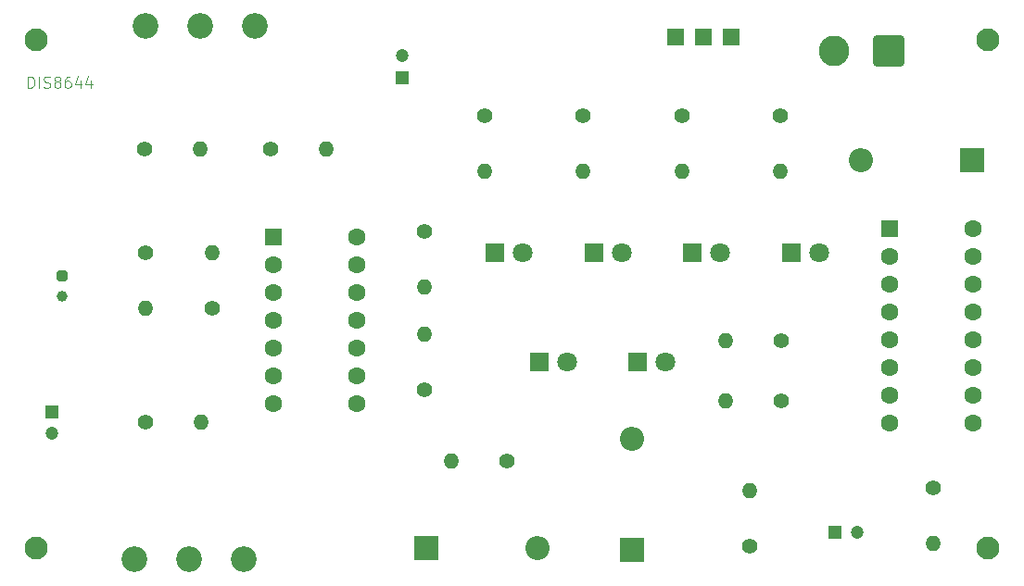
<source format=gbr>
%TF.GenerationSoftware,KiCad,Pcbnew,9.0.2*%
%TF.CreationDate,2025-06-20T15:17:41-04:00*%
%TF.ProjectId,proyecto_spectra,70726f79-6563-4746-9f5f-737065637472,rev?*%
%TF.SameCoordinates,Original*%
%TF.FileFunction,Soldermask,Top*%
%TF.FilePolarity,Negative*%
%FSLAX46Y46*%
G04 Gerber Fmt 4.6, Leading zero omitted, Abs format (unit mm)*
G04 Created by KiCad (PCBNEW 9.0.2) date 2025-06-20 15:17:41*
%MOMM*%
%LPD*%
G01*
G04 APERTURE LIST*
G04 Aperture macros list*
%AMRoundRect*
0 Rectangle with rounded corners*
0 $1 Rounding radius*
0 $2 $3 $4 $5 $6 $7 $8 $9 X,Y pos of 4 corners*
0 Add a 4 corners polygon primitive as box body*
4,1,4,$2,$3,$4,$5,$6,$7,$8,$9,$2,$3,0*
0 Add four circle primitives for the rounded corners*
1,1,$1+$1,$2,$3*
1,1,$1+$1,$4,$5*
1,1,$1+$1,$6,$7*
1,1,$1+$1,$8,$9*
0 Add four rect primitives between the rounded corners*
20,1,$1+$1,$2,$3,$4,$5,0*
20,1,$1+$1,$4,$5,$6,$7,0*
20,1,$1+$1,$6,$7,$8,$9,0*
20,1,$1+$1,$8,$9,$2,$3,0*%
G04 Aperture macros list end*
%ADD10C,0.100000*%
%ADD11C,2.100000*%
%ADD12C,1.400000*%
%ADD13O,1.400000X1.400000*%
%ADD14R,1.800000X1.800000*%
%ADD15C,1.800000*%
%ADD16R,1.200000X1.200000*%
%ADD17C,1.200000*%
%ADD18RoundRect,0.250000X-0.550000X-0.550000X0.550000X-0.550000X0.550000X0.550000X-0.550000X0.550000X0*%
%ADD19C,1.600000*%
%ADD20R,1.500000X1.500000*%
%ADD21R,2.200000X2.200000*%
%ADD22O,2.200000X2.200000*%
%ADD23C,2.340000*%
%ADD24RoundRect,0.250000X-0.250000X0.250000X-0.250000X-0.250000X0.250000X-0.250000X0.250000X0.250000X0*%
%ADD25C,1.000000*%
%ADD26RoundRect,0.250001X1.149999X1.149999X-1.149999X1.149999X-1.149999X-1.149999X1.149999X-1.149999X0*%
%ADD27C,2.800000*%
G04 APERTURE END LIST*
D10*
X53303884Y-58372419D02*
X53303884Y-57372419D01*
X53303884Y-57372419D02*
X53541979Y-57372419D01*
X53541979Y-57372419D02*
X53684836Y-57420038D01*
X53684836Y-57420038D02*
X53780074Y-57515276D01*
X53780074Y-57515276D02*
X53827693Y-57610514D01*
X53827693Y-57610514D02*
X53875312Y-57800990D01*
X53875312Y-57800990D02*
X53875312Y-57943847D01*
X53875312Y-57943847D02*
X53827693Y-58134323D01*
X53827693Y-58134323D02*
X53780074Y-58229561D01*
X53780074Y-58229561D02*
X53684836Y-58324800D01*
X53684836Y-58324800D02*
X53541979Y-58372419D01*
X53541979Y-58372419D02*
X53303884Y-58372419D01*
X54303884Y-58372419D02*
X54303884Y-57372419D01*
X54732455Y-58324800D02*
X54875312Y-58372419D01*
X54875312Y-58372419D02*
X55113407Y-58372419D01*
X55113407Y-58372419D02*
X55208645Y-58324800D01*
X55208645Y-58324800D02*
X55256264Y-58277180D01*
X55256264Y-58277180D02*
X55303883Y-58181942D01*
X55303883Y-58181942D02*
X55303883Y-58086704D01*
X55303883Y-58086704D02*
X55256264Y-57991466D01*
X55256264Y-57991466D02*
X55208645Y-57943847D01*
X55208645Y-57943847D02*
X55113407Y-57896228D01*
X55113407Y-57896228D02*
X54922931Y-57848609D01*
X54922931Y-57848609D02*
X54827693Y-57800990D01*
X54827693Y-57800990D02*
X54780074Y-57753371D01*
X54780074Y-57753371D02*
X54732455Y-57658133D01*
X54732455Y-57658133D02*
X54732455Y-57562895D01*
X54732455Y-57562895D02*
X54780074Y-57467657D01*
X54780074Y-57467657D02*
X54827693Y-57420038D01*
X54827693Y-57420038D02*
X54922931Y-57372419D01*
X54922931Y-57372419D02*
X55161026Y-57372419D01*
X55161026Y-57372419D02*
X55303883Y-57420038D01*
X55875312Y-57800990D02*
X55780074Y-57753371D01*
X55780074Y-57753371D02*
X55732455Y-57705752D01*
X55732455Y-57705752D02*
X55684836Y-57610514D01*
X55684836Y-57610514D02*
X55684836Y-57562895D01*
X55684836Y-57562895D02*
X55732455Y-57467657D01*
X55732455Y-57467657D02*
X55780074Y-57420038D01*
X55780074Y-57420038D02*
X55875312Y-57372419D01*
X55875312Y-57372419D02*
X56065788Y-57372419D01*
X56065788Y-57372419D02*
X56161026Y-57420038D01*
X56161026Y-57420038D02*
X56208645Y-57467657D01*
X56208645Y-57467657D02*
X56256264Y-57562895D01*
X56256264Y-57562895D02*
X56256264Y-57610514D01*
X56256264Y-57610514D02*
X56208645Y-57705752D01*
X56208645Y-57705752D02*
X56161026Y-57753371D01*
X56161026Y-57753371D02*
X56065788Y-57800990D01*
X56065788Y-57800990D02*
X55875312Y-57800990D01*
X55875312Y-57800990D02*
X55780074Y-57848609D01*
X55780074Y-57848609D02*
X55732455Y-57896228D01*
X55732455Y-57896228D02*
X55684836Y-57991466D01*
X55684836Y-57991466D02*
X55684836Y-58181942D01*
X55684836Y-58181942D02*
X55732455Y-58277180D01*
X55732455Y-58277180D02*
X55780074Y-58324800D01*
X55780074Y-58324800D02*
X55875312Y-58372419D01*
X55875312Y-58372419D02*
X56065788Y-58372419D01*
X56065788Y-58372419D02*
X56161026Y-58324800D01*
X56161026Y-58324800D02*
X56208645Y-58277180D01*
X56208645Y-58277180D02*
X56256264Y-58181942D01*
X56256264Y-58181942D02*
X56256264Y-57991466D01*
X56256264Y-57991466D02*
X56208645Y-57896228D01*
X56208645Y-57896228D02*
X56161026Y-57848609D01*
X56161026Y-57848609D02*
X56065788Y-57800990D01*
X57113407Y-57372419D02*
X56922931Y-57372419D01*
X56922931Y-57372419D02*
X56827693Y-57420038D01*
X56827693Y-57420038D02*
X56780074Y-57467657D01*
X56780074Y-57467657D02*
X56684836Y-57610514D01*
X56684836Y-57610514D02*
X56637217Y-57800990D01*
X56637217Y-57800990D02*
X56637217Y-58181942D01*
X56637217Y-58181942D02*
X56684836Y-58277180D01*
X56684836Y-58277180D02*
X56732455Y-58324800D01*
X56732455Y-58324800D02*
X56827693Y-58372419D01*
X56827693Y-58372419D02*
X57018169Y-58372419D01*
X57018169Y-58372419D02*
X57113407Y-58324800D01*
X57113407Y-58324800D02*
X57161026Y-58277180D01*
X57161026Y-58277180D02*
X57208645Y-58181942D01*
X57208645Y-58181942D02*
X57208645Y-57943847D01*
X57208645Y-57943847D02*
X57161026Y-57848609D01*
X57161026Y-57848609D02*
X57113407Y-57800990D01*
X57113407Y-57800990D02*
X57018169Y-57753371D01*
X57018169Y-57753371D02*
X56827693Y-57753371D01*
X56827693Y-57753371D02*
X56732455Y-57800990D01*
X56732455Y-57800990D02*
X56684836Y-57848609D01*
X56684836Y-57848609D02*
X56637217Y-57943847D01*
X58065788Y-57705752D02*
X58065788Y-58372419D01*
X57827693Y-57324800D02*
X57589598Y-58039085D01*
X57589598Y-58039085D02*
X58208645Y-58039085D01*
X59018169Y-57705752D02*
X59018169Y-58372419D01*
X58780074Y-57324800D02*
X58541979Y-58039085D01*
X58541979Y-58039085D02*
X59161026Y-58039085D01*
D11*
%TO.C,H2*%
X141000000Y-100500000D03*
%TD*%
D12*
%TO.C,R8*%
X136000000Y-95000000D03*
D13*
X136000000Y-100080000D03*
%TD*%
D14*
%TO.C,D3*%
X99960000Y-83500000D03*
D15*
X102500000Y-83500000D03*
%TD*%
D16*
%TO.C,C2*%
X87500000Y-57472600D03*
D17*
X87500000Y-55472600D03*
%TD*%
D12*
%TO.C,R15*%
X113000000Y-60920000D03*
D13*
X113000000Y-66000000D03*
%TD*%
D12*
%TO.C,R7*%
X119253000Y-100330000D03*
D13*
X119253000Y-95250000D03*
%TD*%
D12*
%TO.C,R12*%
X122080000Y-87000000D03*
D13*
X117000000Y-87000000D03*
%TD*%
D12*
%TO.C,R5*%
X75420000Y-64000000D03*
D13*
X80500000Y-64000000D03*
%TD*%
D14*
%TO.C,D5*%
X95960000Y-73500000D03*
D15*
X98500000Y-73500000D03*
%TD*%
D14*
%TO.C,D7*%
X113960000Y-73500000D03*
D15*
X116500000Y-73500000D03*
%TD*%
D12*
%TO.C,R14*%
X104000000Y-60920000D03*
D13*
X104000000Y-66000000D03*
%TD*%
D11*
%TO.C,H1*%
X141000000Y-54000000D03*
%TD*%
D18*
%TO.C,U1*%
X75697000Y-72000000D03*
D19*
X75697000Y-74540000D03*
X75697000Y-77080000D03*
X75697000Y-79620000D03*
X75697000Y-82160000D03*
X75697000Y-84700000D03*
X75697000Y-87240000D03*
X83317000Y-87240000D03*
X83317000Y-84700000D03*
X83317000Y-82160000D03*
X83317000Y-79620000D03*
X83317000Y-77080000D03*
X83317000Y-74540000D03*
X83317000Y-72000000D03*
%TD*%
D20*
%TO.C,SW1*%
X112435000Y-53729966D03*
X114975000Y-53729966D03*
X117515000Y-53729966D03*
%TD*%
D12*
%TO.C,R13*%
X95000000Y-60920000D03*
D13*
X95000000Y-66000000D03*
%TD*%
D12*
%TO.C,R9*%
X89500000Y-71500000D03*
D13*
X89500000Y-76580000D03*
%TD*%
D12*
%TO.C,R11*%
X122080000Y-81500000D03*
D13*
X117000000Y-81500000D03*
%TD*%
D11*
%TO.C,H3*%
X54000000Y-54000000D03*
%TD*%
D21*
%TO.C,D9*%
X139500000Y-65000000D03*
D22*
X129340000Y-65000000D03*
%TD*%
D12*
%TO.C,R16*%
X122000000Y-60920000D03*
D13*
X122000000Y-66000000D03*
%TD*%
D14*
%TO.C,D6*%
X104960000Y-73500000D03*
D15*
X107500000Y-73500000D03*
%TD*%
D23*
%TO.C,RV2*%
X63025000Y-101500000D03*
X68025000Y-101500000D03*
X73025000Y-101500000D03*
%TD*%
D24*
%TO.C,MK1*%
X56388000Y-75565000D03*
D25*
X56388000Y-77465000D03*
%TD*%
D11*
%TO.C,H4*%
X54000000Y-100500000D03*
%TD*%
D12*
%TO.C,R3*%
X63920000Y-64000000D03*
D13*
X69000000Y-64000000D03*
%TD*%
D12*
%TO.C,R10*%
X89500000Y-86000000D03*
D13*
X89500000Y-80920000D03*
%TD*%
D12*
%TO.C,R6*%
X97000000Y-92500000D03*
D13*
X91920000Y-92500000D03*
%TD*%
D21*
%TO.C,D1*%
X89662000Y-100500000D03*
D22*
X99822000Y-100500000D03*
%TD*%
D14*
%TO.C,D8*%
X123000000Y-73500000D03*
D15*
X125540000Y-73500000D03*
%TD*%
D26*
%TO.C,J1*%
X131953000Y-55032500D03*
D27*
X126953000Y-55032500D03*
%TD*%
D16*
%TO.C,C3*%
X127000000Y-99000000D03*
D17*
X129000000Y-99000000D03*
%TD*%
D12*
%TO.C,R2*%
X64000000Y-89000000D03*
D13*
X69080000Y-89000000D03*
%TD*%
D12*
%TO.C,R4*%
X70104000Y-78580000D03*
D13*
X70104000Y-73500000D03*
%TD*%
D12*
%TO.C,R1*%
X64000000Y-73500000D03*
D13*
X64000000Y-78580000D03*
%TD*%
D14*
%TO.C,D4*%
X109000000Y-83500000D03*
D15*
X111540000Y-83500000D03*
%TD*%
D16*
%TO.C,C1*%
X55500000Y-88000000D03*
D17*
X55500000Y-90000000D03*
%TD*%
D23*
%TO.C,RV1*%
X74000000Y-52750000D03*
X69000000Y-52750000D03*
X64000000Y-52750000D03*
%TD*%
D18*
%TO.C,U6*%
X132000000Y-71247000D03*
D19*
X132000000Y-73787000D03*
X132000000Y-76327000D03*
X132000000Y-78867000D03*
X132000000Y-81407000D03*
X132000000Y-83947000D03*
X132000000Y-86487000D03*
X132000000Y-89027000D03*
X139620000Y-89027000D03*
X139620000Y-86487000D03*
X139620000Y-83947000D03*
X139620000Y-81407000D03*
X139620000Y-78867000D03*
X139620000Y-76327000D03*
X139620000Y-73787000D03*
X139620000Y-71247000D03*
%TD*%
D21*
%TO.C,D2*%
X108500000Y-100660000D03*
D22*
X108500000Y-90500000D03*
%TD*%
M02*

</source>
